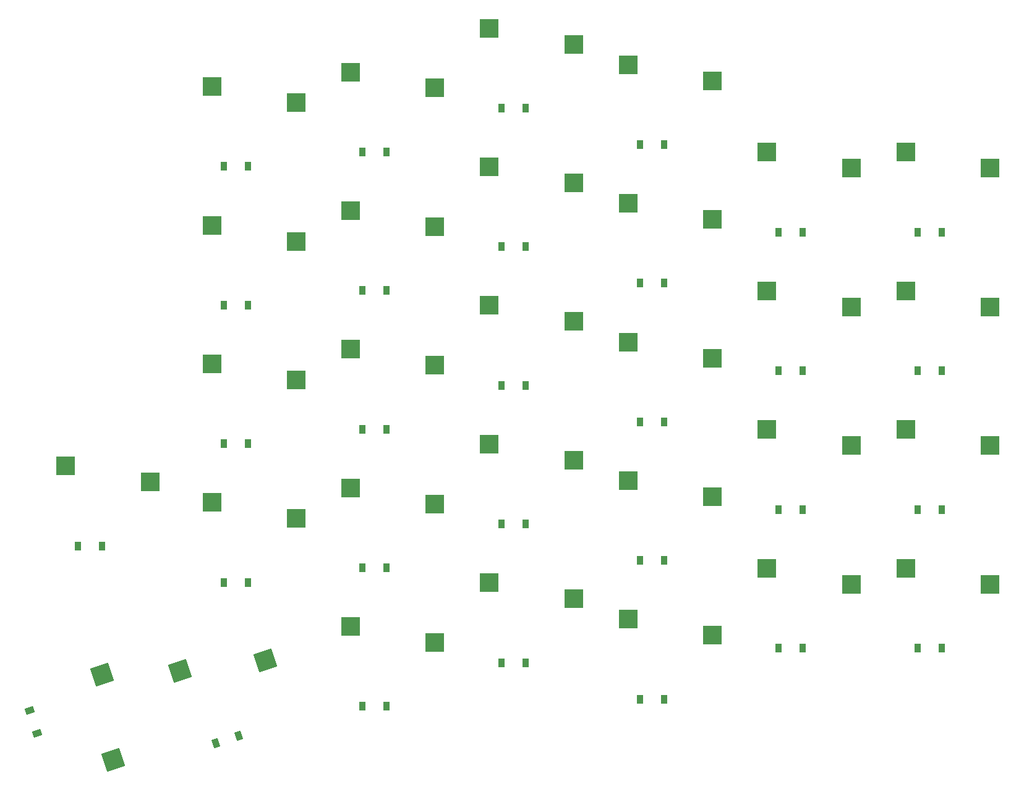
<source format=gbr>
%TF.GenerationSoftware,KiCad,Pcbnew,8.0.8*%
%TF.CreationDate,2025-02-23T20:19:19+00:00*%
%TF.ProjectId,right_final,72696768-745f-4666-996e-616c2e6b6963,v1.0.0*%
%TF.SameCoordinates,Original*%
%TF.FileFunction,Paste,Bot*%
%TF.FilePolarity,Positive*%
%FSLAX46Y46*%
G04 Gerber Fmt 4.6, Leading zero omitted, Abs format (unit mm)*
G04 Created by KiCad (PCBNEW 8.0.8) date 2025-02-23 20:19:19*
%MOMM*%
%LPD*%
G01*
G04 APERTURE LIST*
G04 Aperture macros list*
%AMRotRect*
0 Rectangle, with rotation*
0 The origin of the aperture is its center*
0 $1 length*
0 $2 width*
0 $3 Rotation angle, in degrees counterclockwise*
0 Add horizontal line*
21,1,$1,$2,0,0,$3*%
G04 Aperture macros list end*
%ADD10R,0.900000X1.200000*%
%ADD11RotRect,0.900000X1.200000X288.000000*%
%ADD12RotRect,0.900000X1.200000X18.000000*%
%ADD13R,2.600000X2.600000*%
%ADD14RotRect,2.600000X2.600000X18.000000*%
%ADD15RotRect,2.600000X2.600000X288.000000*%
G04 APERTURE END LIST*
D10*
%TO.C,D27*%
X176382311Y-115791546D03*
X173082311Y-115791546D03*
%TD*%
%TO.C,D26*%
X176382311Y-134791546D03*
X173082311Y-134791546D03*
%TD*%
%TO.C,D25*%
X176382311Y-153791546D03*
X173082311Y-153791546D03*
%TD*%
%TO.C,D24*%
X176382311Y-172791546D03*
X173082311Y-172791546D03*
%TD*%
%TO.C,D28*%
X156382311Y-167791546D03*
X153082311Y-167791546D03*
%TD*%
D11*
%TO.C,D30*%
X147557560Y-193498828D03*
X146537804Y-190360342D03*
%TD*%
D12*
%TO.C,D29*%
X175162488Y-193834884D03*
X172024002Y-194854640D03*
%TD*%
D10*
%TO.C,D19*%
X195382311Y-189791546D03*
X192082311Y-189791546D03*
%TD*%
%TO.C,D20*%
X195382311Y-170791546D03*
X192082311Y-170791546D03*
%TD*%
%TO.C,D22*%
X195382311Y-132791546D03*
X192082311Y-132791546D03*
%TD*%
%TO.C,D23*%
X195382311Y-113791546D03*
X192082311Y-113791546D03*
%TD*%
%TO.C,D18*%
X214382311Y-107791546D03*
X211082311Y-107791546D03*
%TD*%
%TO.C,D17*%
X214382311Y-126791546D03*
X211082311Y-126791546D03*
%TD*%
%TO.C,D16*%
X214382311Y-145791546D03*
X211082311Y-145791546D03*
%TD*%
%TO.C,D15*%
X214382311Y-164791546D03*
X211082311Y-164791546D03*
%TD*%
%TO.C,D14*%
X214382311Y-183791546D03*
X211082311Y-183791546D03*
%TD*%
%TO.C,D9*%
X233382311Y-188791546D03*
X230082311Y-188791546D03*
%TD*%
%TO.C,D10*%
X233382311Y-169791546D03*
X230082311Y-169791546D03*
%TD*%
%TO.C,D11*%
X233382311Y-150791546D03*
X230082311Y-150791546D03*
%TD*%
%TO.C,D12*%
X233382311Y-131791546D03*
X230082311Y-131791546D03*
%TD*%
%TO.C,D13*%
X233382311Y-112791546D03*
X230082311Y-112791546D03*
%TD*%
%TO.C,D8*%
X252382311Y-124791546D03*
X249082311Y-124791546D03*
%TD*%
%TO.C,D7*%
X252382311Y-143791546D03*
X249082311Y-143791546D03*
%TD*%
%TO.C,D6*%
X252382311Y-162791546D03*
X249082311Y-162791546D03*
%TD*%
%TO.C,D5*%
X252382311Y-181791546D03*
X249082311Y-181791546D03*
%TD*%
%TO.C,D1*%
X271382311Y-181791546D03*
X268082311Y-181791546D03*
%TD*%
%TO.C,D2*%
X271382311Y-162791546D03*
X268082311Y-162791546D03*
%TD*%
%TO.C,D3*%
X271382311Y-143791546D03*
X268082311Y-143791546D03*
%TD*%
%TO.C,D4*%
X271382311Y-124791546D03*
X268082311Y-124791546D03*
%TD*%
%TO.C,D21*%
X195382311Y-151791546D03*
X192082311Y-151791546D03*
%TD*%
D13*
%TO.C,S1*%
X266457311Y-170841546D03*
X278007311Y-173041546D03*
%TD*%
%TO.C,S2*%
X266457311Y-151841546D03*
X278007311Y-154041546D03*
%TD*%
%TO.C,S3*%
X266457311Y-132841546D03*
X278007311Y-135041546D03*
%TD*%
%TO.C,S4*%
X266457311Y-113841546D03*
X278007311Y-116041546D03*
%TD*%
%TO.C,S5*%
X247457311Y-170841546D03*
X259007311Y-173041546D03*
%TD*%
%TO.C,S6*%
X247457311Y-151841546D03*
X259007311Y-154041546D03*
%TD*%
%TO.C,S7*%
X247457311Y-132841546D03*
X259007311Y-135041546D03*
%TD*%
%TO.C,S8*%
X247457311Y-113841546D03*
X259007311Y-116041546D03*
%TD*%
%TO.C,S9*%
X228457311Y-177841546D03*
X240007311Y-180041546D03*
%TD*%
%TO.C,S10*%
X228457311Y-158841546D03*
X240007311Y-161041546D03*
%TD*%
%TO.C,S11*%
X228457311Y-139841546D03*
X240007311Y-142041546D03*
%TD*%
%TO.C,S12*%
X228457311Y-120841546D03*
X240007311Y-123041546D03*
%TD*%
%TO.C,S13*%
X228457311Y-101841546D03*
X240007311Y-104041546D03*
%TD*%
%TO.C,S14*%
X209457311Y-172841546D03*
X221007311Y-175041546D03*
%TD*%
%TO.C,S15*%
X209457311Y-153841546D03*
X221007311Y-156041546D03*
%TD*%
%TO.C,S16*%
X209457311Y-134841546D03*
X221007311Y-137041546D03*
%TD*%
%TO.C,S17*%
X209457311Y-115841546D03*
X221007311Y-118041546D03*
%TD*%
%TO.C,S18*%
X209457311Y-96841546D03*
X221007311Y-99041546D03*
%TD*%
%TO.C,S19*%
X190457311Y-178841546D03*
X202007311Y-181041546D03*
%TD*%
%TO.C,S20*%
X190457311Y-159841546D03*
X202007311Y-162041546D03*
%TD*%
%TO.C,S21*%
X190457311Y-140841546D03*
X202007311Y-143041546D03*
%TD*%
%TO.C,S22*%
X190457311Y-121841546D03*
X202007311Y-124041546D03*
%TD*%
%TO.C,S23*%
X190457311Y-102841546D03*
X202007311Y-105041546D03*
%TD*%
%TO.C,S24*%
X171457311Y-161841546D03*
X183007311Y-164041546D03*
%TD*%
%TO.C,S25*%
X171457311Y-142841546D03*
X183007311Y-145041546D03*
%TD*%
%TO.C,S26*%
X171457311Y-123841546D03*
X183007311Y-126041546D03*
%TD*%
%TO.C,S27*%
X171457311Y-104841546D03*
X183007311Y-107041546D03*
%TD*%
%TO.C,S28*%
X151457311Y-156841546D03*
X163007311Y-159041546D03*
%TD*%
D14*
%TO.C,S29*%
X167094799Y-184942723D03*
X178759339Y-183465901D03*
%TD*%
D15*
%TO.C,S30*%
X156449721Y-185431138D03*
X157926543Y-197095678D03*
%TD*%
M02*

</source>
